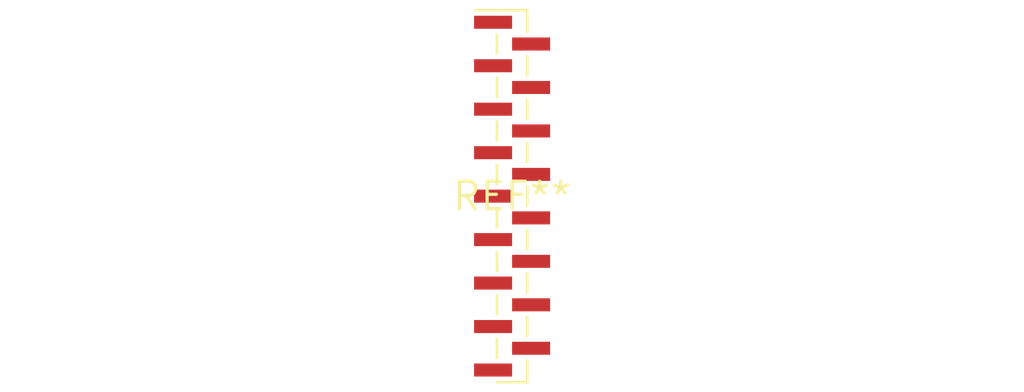
<source format=kicad_pcb>
(kicad_pcb (version 20240108) (generator pcbnew)
  (layers (0 "F.Cu" signal) (31 "B.Cu" signal) (34 "B.Paste" user) (35 "F.Paste" user) (36 "B.SilkS" user "B.Silkscreen") (37 "F.SilkS" user "F.Silkscreen") (38 "B.Mask" user) (39 "F.Mask" user) (44 "Edge.Cuts" user))
  (net 0 "")
  (footprint "PinHeader_1x17_P1.00mm_Vertical_SMD_Pin1Left" (layer "F.Cu") (at 0 0)
    (property "Reference" "REF**")
    (property "Value" "PinHeader_1x17_P1.00mm_Vertical_SMD_Pin1Left")
    (fp_line (start -0.695 -8.56) (end -1.69 -8.56) (layer "F.SilkS") (stroke (width 0.12)))
    (fp_line (start -0.695 -8.56) (end -0.695 -8.56) (layer "F.SilkS") (stroke (width 0.12)))
    (fp_line (start -0.695 -8.56) (end 0.695 -8.56) (layer "F.SilkS") (stroke (width 0.12)))
    (fp_line (start -0.695 -7.44) (end -0.695 -6.56) (layer "F.SilkS") (stroke (width 0.12)))
    (fp_line (start -0.695 -5.44) (end -0.695 -4.56) (layer "F.SilkS") (stroke (width 0.12)))
    (fp_line (start -0.695 -3.44) (end -0.695 -2.56) (layer "F.SilkS") (stroke (width 0.12)))
    (fp_line (start -0.695 -1.44) (end -0.695 -0.56) (layer "F.SilkS") (stroke (width 0.12)))
    (fp_line (start -0.695 0.56) (end -0.695 1.44) (layer "F.SilkS") (stroke (width 0.12)))
    (fp_line (start -0.695 2.56) (end -0.695 3.44) (layer "F.SilkS") (stroke (width 0.12)))
    (fp_line (start -0.695 4.56) (end -0.695 5.44) (layer "F.SilkS") (stroke (width 0.12)))
    (fp_line (start -0.695 6.56) (end -0.695 7.44) (layer "F.SilkS") (stroke (width 0.12)))
    (fp_line (start -0.695 8.56) (end 0.695 8.56) (layer "F.SilkS") (stroke (width 0.12)))
    (fp_line (start 0.695 -8.56) (end 0.695 -7.56) (layer "F.SilkS") (stroke (width 0.12)))
    (fp_line (start 0.695 -6.44) (end 0.695 -5.56) (layer "F.SilkS") (stroke (width 0.12)))
    (fp_line (start 0.695 -4.44) (end 0.695 -3.56) (layer "F.SilkS") (stroke (width 0.12)))
    (fp_line (start 0.695 -2.44) (end 0.695 -1.56) (layer "F.SilkS") (stroke (width 0.12)))
    (fp_line (start 0.695 -0.44) (end 0.695 0.44) (layer "F.SilkS") (stroke (width 0.12)))
    (fp_line (start 0.695 1.56) (end 0.695 2.44) (layer "F.SilkS") (stroke (width 0.12)))
    (fp_line (start 0.695 3.56) (end 0.695 4.44) (layer "F.SilkS") (stroke (width 0.12)))
    (fp_line (start 0.695 5.56) (end 0.695 6.44) (layer "F.SilkS") (stroke (width 0.12)))
    (fp_line (start 0.695 7.56) (end 0.695 8.56) (layer "F.SilkS") (stroke (width 0.12)))
    (fp_line (start 0.695 8.56) (end 0.695 8.56) (layer "F.SilkS") (stroke (width 0.12)))
    (pad "1" smd rect (at -0.875 -8) (size 1.75 0.6) (layers "F.Cu" "F.Paste" "F.Mask"))
    (pad "2" smd rect (at 0.875 -7) (size 1.75 0.6) (layers "F.Cu" "F.Paste" "F.Mask"))
    (pad "3" smd rect (at -0.875 -6) (size 1.75 0.6) (layers "F.Cu" "F.Paste" "F.Mask"))
    (pad "4" smd rect (at 0.875 -5) (size 1.75 0.6) (layers "F.Cu" "F.Paste" "F.Mask"))
    (pad "5" smd rect (at -0.875 -4) (size 1.75 0.6) (layers "F.Cu" "F.Paste" "F.Mask"))
    (pad "6" smd rect (at 0.875 -3) (size 1.75 0.6) (layers "F.Cu" "F.Paste" "F.Mask"))
    (pad "7" smd rect (at -0.875 -2) (size 1.75 0.6) (layers "F.Cu" "F.Paste" "F.Mask"))
    (pad "8" smd rect (at 0.875 -1) (size 1.75 0.6) (layers "F.Cu" "F.Paste" "F.Mask"))
    (pad "9" smd rect (at -0.875 0) (size 1.75 0.6) (layers "F.Cu" "F.Paste" "F.Mask"))
    (pad "10" smd rect (at 0.875 1) (size 1.75 0.6) (layers "F.Cu" "F.Paste" "F.Mask"))
    (pad "11" smd rect (at -0.875 2) (size 1.75 0.6) (layers "F.Cu" "F.Paste" "F.Mask"))
    (pad "12" smd rect (at 0.875 3) (size 1.75 0.6) (layers "F.Cu" "F.Paste" "F.Mask"))
    (pad "13" smd rect (at -0.875 4) (size 1.75 0.6) (layers "F.Cu" "F.Paste" "F.Mask"))
    (pad "14" smd rect (at 0.875 5) (size 1.75 0.6) (layers "F.Cu" "F.Paste" "F.Mask"))
    (pad "15" smd rect (at -0.875 6) (size 1.75 0.6) (layers "F.Cu" "F.Paste" "F.Mask"))
    (pad "16" smd rect (at 0.875 7) (size 1.75 0.6) (layers "F.Cu" "F.Paste" "F.Mask"))
    (pad "17" smd rect (at -0.875 8) (size 1.75 0.6) (layers "F.Cu" "F.Paste" "F.Mask"))
  )
)
</source>
